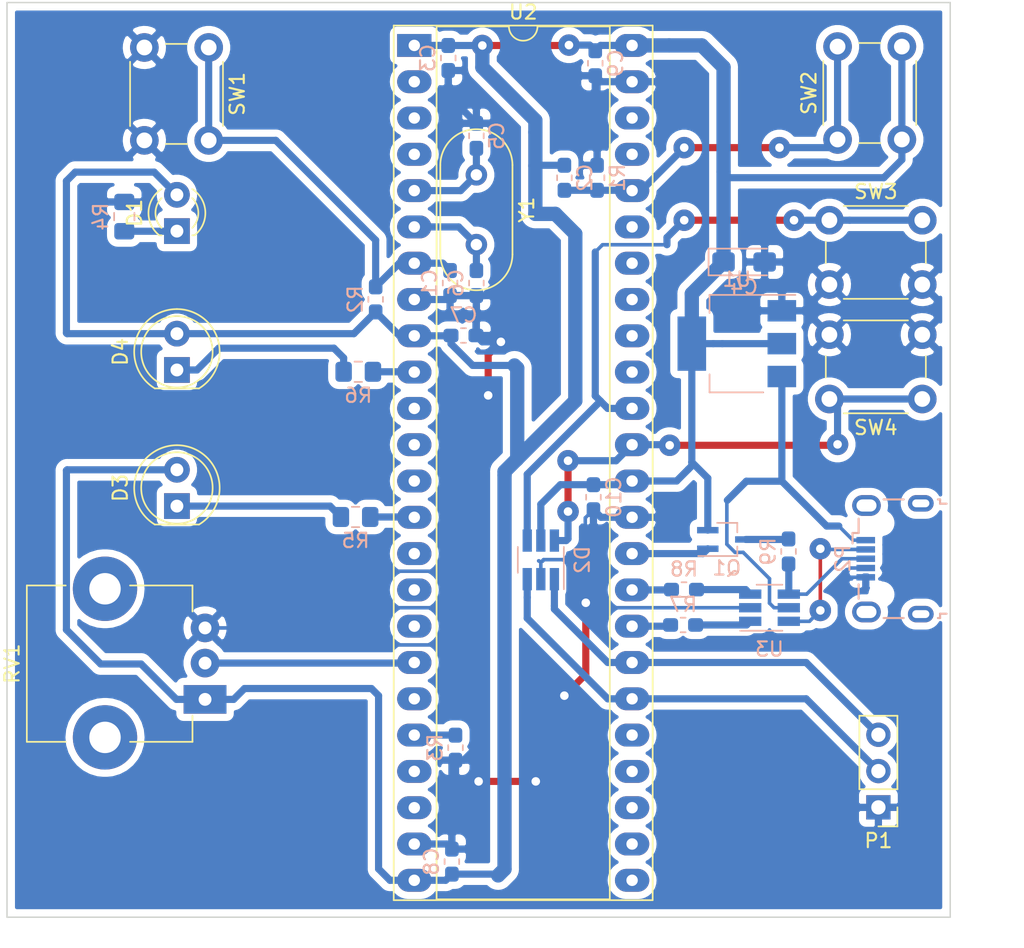
<source format=kicad_pcb>
(kicad_pcb (version 20171130) (host pcbnew "(6.0.0-rc1-dev-1613-ga55d9819b)")
  (layers (0 F.Cu jumper) (31 B.Cu signal) (36 B.SilkS user) (37 F.SilkS user) (38 B.Mask user) (44 Edge.Cuts user))
  (net 0 "")
  (net 1 /NRST)
  (net 2 GND)
  (net 3 /BOOT0)
  (net 4 +3V3)
  (net 5 /OSC_IN)
  (net 6 /OSC_OUT)
  (net 7 "Net-(D1-Pad1)")
  (net 8 /Rx)
  (net 9 /Tx)
  (net 10 /Button0)
  (net 11 /Button1)
  (net 12 "Net-(D3-Pad1)")
  (net 13 "Net-(D4-Pad1)")
  (net 14 +5V)
  (net 15 "Net-(P2-Pad2)")
  (net 16 "Net-(P2-Pad3)")
  (net 17 /USB_PU)
  (net 18 "Net-(Q1-Pad3)")
  (net 19 "Net-(R3-Pad1)")
  (net 20 /LED0)
  (net 21 /LED1)
  (net 22 "Net-(R7-Pad1)")
  (net 23 "Net-(R7-Pad2)")
  (net 24 "Net-(R8-Pad2)")
  (net 25 "Net-(R8-Pad1)")
  (net 26 "Net-(RV1-Pad2)")
  (module Capacitor_SMD:C_0603_1608Metric_Pad1.05x0.95mm_HandSolder (layer B.Cu) (at 87.503 86.628 270)
    (fp_text reference C1 (at 0 1.43 270) (layer B.SilkS) (effects (justify mirror)))
    (fp_text value 0.1)
    (pad 1 smd roundrect (at -0.875 0 270) (size 1.05 0.95) (layers B.Cu B.Paste B.Mask) (net 1 /NRST))
    (pad 2 smd roundrect (at 0.875 0 270) (size 1.05 0.95) (layers B.Cu B.Paste B.Mask) (net 2 GND))
  )
  (module Capacitor_SMD:C_0603_1608Metric_Pad1.05x0.95mm_HandSolder (layer B.Cu) (at 95.504 79.262 90)
    (fp_text reference C2 (at 0 1.43 90) (layer B.SilkS) (effects (justify mirror)))
    (fp_text value 0.1)
    (pad 1 smd roundrect (at -0.875 0 90) (size 1.05 0.95) (layers B.Cu B.Paste B.Mask) (net 3 /BOOT0))
    (pad 2 smd roundrect (at 0.875 0 90) (size 1.05 0.95) (layers B.Cu B.Paste B.Mask) (net 4 +3V3))
  )
  (module Capacitor_SMD:C_0603_1608Metric_Pad1.05x0.95mm_HandSolder (layer B.Cu) (at 87.376 70.88 270)
    (fp_text reference C3 (at 0 1.43 270) (layer B.SilkS) (effects (justify mirror)))
    (fp_text value 0.1)
    (pad 2 smd roundrect (at 0.875 0 270) (size 1.05 0.95) (layers B.Cu B.Paste B.Mask) (net 2 GND))
    (pad 1 smd roundrect (at -0.875 0 270) (size 1.05 0.95) (layers B.Cu B.Paste B.Mask) (net 4 +3V3))
  )
  (module Capacitor_Tantalum_SMD:CP_EIA-3216-18_Kemet-A_Pad1.58x1.35mm_HandSolder (layer B.Cu) (at 108.077 85.1535)
    (fp_text reference C4 (at 0 1.75) (layer B.SilkS) (effects (justify mirror)))
    (fp_text value 47u)
    (pad 1 smd roundrect (at -1.4375 0) (size 1.575 1.35) (layers B.Cu B.Paste B.Mask) (roundrect_rratio 0.185185) (net 4 +3V3))
    (pad 2 smd roundrect (at 1.4375 0) (size 1.575 1.35) (layers B.Cu B.Paste B.Mask) (roundrect_rratio 0.185185) (net 2 GND))
  )
  (module Capacitor_SMD:C_0603_1608Metric_Pad1.05x0.95mm_HandSolder (layer B.Cu) (at 89.3445 76.327 90)
    (fp_text reference C5 (at 0 1.43 90) (layer B.SilkS) (effects (justify mirror)))
    (fp_text value 12)
    (pad 2 smd roundrect (at 0.875 0 90) (size 1.05 0.95) (layers B.Cu B.Paste B.Mask) (net 2 GND))
    (pad 1 smd roundrect (at -0.875 0 90) (size 1.05 0.95) (layers B.Cu B.Paste B.Mask) (net 5 /OSC_IN))
  )
  (module Capacitor_SMD:C_0603_1608Metric_Pad1.05x0.95mm_HandSolder (layer B.Cu) (at 89.3445 86.628 270)
    (fp_text reference C6 (at 0 1.43 270) (layer B.SilkS) (effects (justify mirror)))
    (fp_text value 12)
    (pad 1 smd roundrect (at -0.875 0 270) (size 1.05 0.95) (layers B.Cu B.Paste B.Mask) (net 6 /OSC_OUT))
    (pad 2 smd roundrect (at 0.875 0 270) (size 1.05 0.95) (layers B.Cu B.Paste B.Mask) (net 2 GND))
  )
  (module Capacitor_SMD:C_0603_1608Metric_Pad1.05x0.95mm_HandSolder (layer B.Cu) (at 88.4415 90.297 180)
    (fp_text reference C7 (at 0 1.43 180) (layer B.SilkS) (effects (justify mirror)))
    (fp_text value 0.1)
    (pad 1 smd roundrect (at -0.875 0 180) (size 1.05 0.95) (layers B.Cu B.Paste B.Mask) (net 2 GND))
    (pad 2 smd roundrect (at 0.875 0 180) (size 1.05 0.95) (layers B.Cu B.Paste B.Mask) (net 4 +3V3))
  )
  (module Capacitor_SMD:C_0603_1608Metric_Pad1.05x0.95mm_HandSolder (layer B.Cu) (at 87.63 127.113 270)
    (fp_text reference C8 (at 0 1.43 270) (layer B.SilkS) (effects (justify mirror)))
    (fp_text value 0.1)
    (pad 2 smd roundrect (at 0.875 0 270) (size 1.05 0.95) (layers B.Cu B.Paste B.Mask) (net 4 +3V3))
    (pad 1 smd roundrect (at -0.875 0 270) (size 1.05 0.95) (layers B.Cu B.Paste B.Mask) (net 2 GND))
  )
  (module Capacitor_SMD:C_0603_1608Metric_Pad1.05x0.95mm_HandSolder (layer B.Cu) (at 97.663 71.247 90)
    (fp_text reference C9 (at 0 1.43 90) (layer B.SilkS) (effects (justify mirror)))
    (fp_text value 0.1)
    (pad 1 smd roundrect (at -0.875 0 90) (size 1.05 0.95) (layers B.Cu B.Paste B.Mask) (net 2 GND))
    (pad 2 smd roundrect (at 0.875 0 90) (size 1.05 0.95) (layers B.Cu B.Paste B.Mask) (net 4 +3V3))
  )
  (module Capacitor_SMD:C_0603_1608Metric_Pad1.05x0.95mm_HandSolder (layer B.Cu) (at 97.536 101.614 90)
    (fp_text reference C10 (at 0 1.43 90) (layer B.SilkS) (effects (justify mirror)))
    (fp_text value 0.1)
    (pad 2 smd roundrect (at 0.875 0 90) (size 1.05 0.95) (layers B.Cu B.Paste B.Mask) (net 4 +3V3))
    (pad 1 smd roundrect (at -0.875 0 90) (size 1.05 0.95) (layers B.Cu B.Paste B.Mask) (net 2 GND))
  )
  (module LED_THT:LED_D3.0mm (layer F.Cu) (at 68.3895 82.9945 90)
    (fp_text reference D1 (at 1.27 -2.96 90) (layer F.SilkS))
    (fp_text value LED)
    (pad 1 thru_hole rect (at 0 0 90) (size 1.8 1.8) (drill 0.9) (layers *.Cu *.Mask) (net 7 "Net-(D1-Pad1)"))
    (pad 2 thru_hole circle (at 2.54 0 90) (size 1.8 1.8) (drill 0.9) (layers *.Cu *.Mask) (net 4 +3V3))
  )
  (module TO_SOT_Packages_SMD:SOT-23-6_Handsoldering (layer B.Cu) (at 93.853 105.998 90)
    (fp_text reference D2 (at 0 2.9 90) (layer B.SilkS) (effects (justify mirror)))
    (fp_text value IP4220CZ6)
    (pad 1 smd rect (at -1.35 0.95 90) (size 1.56 0.65) (layers B.Cu B.Paste B.Mask) (net 8 /Rx))
    (pad 2 smd rect (at -1.35 0 90) (size 1.56 0.65) (layers B.Cu B.Paste B.Mask) (net 2 GND))
    (pad 3 smd rect (at -1.35 -0.95 90) (size 1.56 0.65) (layers B.Cu B.Paste B.Mask) (net 9 /Tx))
    (pad 4 smd rect (at 1.35 -0.95 90) (size 1.56 0.65) (layers B.Cu B.Paste B.Mask) (net 11 /Button1))
    (pad 6 smd rect (at 1.35 0.95 90) (size 1.56 0.65) (layers B.Cu B.Paste B.Mask) (net 10 /Button0))
    (pad 5 smd rect (at 1.35 0 90) (size 1.56 0.65) (layers B.Cu B.Paste B.Mask) (net 4 +3V3))
  )
  (module LED_THT:LED_D5.0mm (layer F.Cu) (at 68.3895 102.235 90)
    (fp_text reference D3 (at 1.27 -3.96 90) (layer F.SilkS))
    (fp_text value LED)
    (pad 1 thru_hole rect (at 0 0 90) (size 1.8 1.8) (drill 0.9) (layers *.Cu *.Mask) (net 12 "Net-(D3-Pad1)"))
    (pad 2 thru_hole circle (at 2.54 0 90) (size 1.8 1.8) (drill 0.9) (layers *.Cu *.Mask) (net 4 +3V3))
  )
  (module LED_THT:LED_D5.0mm (layer F.Cu) (at 68.3895 92.71 90)
    (fp_text reference D4 (at 1.27 -3.96 90) (layer F.SilkS))
    (fp_text value LED)
    (pad 2 thru_hole circle (at 2.54 0 90) (size 1.8 1.8) (drill 0.9) (layers *.Cu *.Mask) (net 4 +3V3))
    (pad 1 thru_hole rect (at 0 0 90) (size 1.8 1.8) (drill 0.9) (layers *.Cu *.Mask) (net 13 "Net-(D4-Pad1)"))
  )
  (module Connector_PinHeader_2.54mm:PinHeader_1x03_P2.54mm_Vertical (layer F.Cu) (at 117.475 123.317 180)
    (fp_text reference P1 (at 0 -2.33 180) (layer F.SilkS))
    (fp_text value USART1)
    (pad 1 thru_hole rect (at 0 0 180) (size 1.7 1.7) (drill 1) (layers *.Cu *.Mask) (net 2 GND))
    (pad 2 thru_hole oval (at 0 2.54 180) (size 1.7 1.7) (drill 1) (layers *.Cu *.Mask) (net 9 /Tx))
    (pad 3 thru_hole oval (at 0 5.08 180) (size 1.7 1.7) (drill 1) (layers *.Cu *.Mask) (net 8 /Rx))
  )
  (module Connectors_USB:USB_Micro-B_Wuerth_629105150521 (layer B.Cu) (at 118.491 105.918 270)
    (fp_text reference P2 (at 0 3.5 270) (layer B.SilkS) (effects (justify mirror)))
    (fp_text value USB_B)
    (pad 1 smd rect (at -1.3 1.9 270) (size 0.45 1.3) (layers B.Cu B.Paste B.Mask) (net 14 +5V))
    (pad 2 smd rect (at -0.65 1.9 270) (size 0.45 1.3) (layers B.Cu B.Paste B.Mask) (net 15 "Net-(P2-Pad2)"))
    (pad 3 smd rect (at 0 1.9 270) (size 0.45 1.3) (layers B.Cu B.Paste B.Mask) (net 16 "Net-(P2-Pad3)"))
    (pad 4 smd rect (at 0.65 1.9 270) (size 0.45 1.3) (layers B.Cu B.Paste B.Mask) (net 2 GND))
    (pad 5 smd rect (at 1.3 1.9 270) (size 0.45 1.3) (layers B.Cu B.Paste B.Mask) (net 2 GND))
    (pad 6 thru_hole oval (at -3.725 1.85 270) (size 1.45 2) (drill oval 0.85 1.4) (layers *.Cu *.Mask))
    (pad 6 thru_hole oval (at 3.725 1.85 270) (size 1.45 2) (drill oval 0.85 1.4) (layers *.Cu *.Mask))
    (pad 6 thru_hole oval (at -3.875 -1.95 270) (size 1.15 1.8) (drill oval 0.55 1.2) (layers *.Cu *.Mask))
    (pad 6 thru_hole oval (at 3.875 -1.95 270) (size 1.15 1.8) (drill oval 0.55 1.2) (layers *.Cu *.Mask))
    (pad "" np_thru_hole oval (at -2.5 0.8 270) (size 0.8 0.8) (drill 0.8) (layers *.Cu *.Mask))
    (pad "" np_thru_hole oval (at 2.5 0.8 270) (size 0.8 0.8) (drill 0.8) (layers *.Cu *.Mask))
  )
  (module TO_SOT_Packages_SMD:SOT-323_SC-70_Handsoldering (layer B.Cu) (at 106.867 104.5695)
    (fp_text reference Q1 (at 0 2) (layer B.SilkS) (effects (justify mirror)))
    (fp_text value DTA114Y)
    (pad 1 smd rect (at -1.33 0.65 90) (size 0.45 1.5) (layers B.Cu B.Paste B.Mask) (net 17 /USB_PU))
    (pad 2 smd rect (at -1.33 -0.65 90) (size 0.45 1.5) (layers B.Cu B.Paste B.Mask) (net 4 +3V3))
    (pad 3 smd rect (at 1.33 0 90) (size 0.45 1.5) (layers B.Cu B.Paste B.Mask) (net 18 "Net-(Q1-Pad3)"))
  )
  (module Resistor_SMD:R_0603_1608Metric_Pad1.05x0.95mm_HandSolder (layer B.Cu) (at 97.79 79.262 90)
    (fp_text reference R1 (at 0 1.43 90) (layer B.SilkS) (effects (justify mirror)))
    (fp_text value 10k)
    (pad 1 smd roundrect (at -0.875 0 90) (size 1.05 0.95) (layers B.Cu B.Paste B.Mask) (net 3 /BOOT0))
    (pad 2 smd roundrect (at 0.875 0 90) (size 1.05 0.95) (layers B.Cu B.Paste B.Mask) (net 2 GND))
  )
  (module Resistor_SMD:R_0603_1608Metric_Pad1.05x0.95mm_HandSolder (layer B.Cu) (at 82.296 87.771 270)
    (fp_text reference R2 (at 0 1.43 270) (layer B.SilkS) (effects (justify mirror)))
    (fp_text value 10k)
    (pad 2 smd roundrect (at 0.875 0 270) (size 1.05 0.95) (layers B.Cu B.Paste B.Mask) (net 4 +3V3))
    (pad 1 smd roundrect (at -0.875 0 270) (size 1.05 0.95) (layers B.Cu B.Paste B.Mask) (net 1 /NRST))
  )
  (module Resistor_SMD:R_0603_1608Metric_Pad1.05x0.95mm_HandSolder (layer B.Cu) (at 87.884 119.14 270)
    (fp_text reference R3 (at 0 1.43 270) (layer B.SilkS) (effects (justify mirror)))
    (fp_text value 100k)
    (pad 1 smd roundrect (at -0.875 0 270) (size 1.05 0.95) (layers B.Cu B.Paste B.Mask) (net 19 "Net-(R3-Pad1)"))
    (pad 2 smd roundrect (at 0.875 0 270) (size 1.05 0.95) (layers B.Cu B.Paste B.Mask) (net 2 GND))
  )
  (module Resistor_SMD:R_0805_2012Metric_Pad1.15x1.40mm_HandSolder (layer B.Cu) (at 64.7065 81.9785 270)
    (fp_text reference R4 (at 0 1.65 270) (layer B.SilkS) (effects (justify mirror)))
    (fp_text value 220)
    (pad 1 smd roundrect (at -1.025 0 270) (size 1.15 1.4) (layers B.Cu B.Paste B.Mask) (roundrect_rratio 0.217391) (net 2 GND))
    (pad 2 smd roundrect (at 1.025 0 270) (size 1.15 1.4) (layers B.Cu B.Paste B.Mask) (roundrect_rratio 0.217391) (net 7 "Net-(D1-Pad1)"))
  )
  (module Resistor_SMD:R_0805_2012Metric_Pad1.15x1.40mm_HandSolder (layer B.Cu) (at 80.89 102.997)
    (fp_text reference R5 (at 0 1.65) (layer B.SilkS) (effects (justify mirror)))
    (fp_text value 220)
    (pad 1 smd roundrect (at -1.025 0) (size 1.15 1.4) (layers B.Cu B.Paste B.Mask) (roundrect_rratio 0.217391) (net 12 "Net-(D3-Pad1)"))
    (pad 2 smd roundrect (at 1.025 0) (size 1.15 1.4) (layers B.Cu B.Paste B.Mask) (roundrect_rratio 0.217391) (net 20 /LED0))
  )
  (module Resistor_SMD:R_0805_2012Metric_Pad1.15x1.40mm_HandSolder (layer B.Cu) (at 81.0805 92.837)
    (fp_text reference R6 (at 0 1.65) (layer B.SilkS) (effects (justify mirror)))
    (fp_text value 220)
    (pad 2 smd roundrect (at 1.025 0) (size 1.15 1.4) (layers B.Cu B.Paste B.Mask) (roundrect_rratio 0.217391) (net 21 /LED1))
    (pad 1 smd roundrect (at -1.025 0) (size 1.15 1.4) (layers B.Cu B.Paste B.Mask) (roundrect_rratio 0.217391) (net 13 "Net-(D4-Pad1)"))
  )
  (module Resistor_SMD:R_0603_1608Metric_Pad1.05x0.95mm_HandSolder (layer B.Cu) (at 103.8085 110.5535 180)
    (fp_text reference R7 (at 0 1.43 180) (layer B.SilkS) (effects (justify mirror)))
    (fp_text value 22)
    (pad 1 smd roundrect (at -0.875 0 180) (size 1.05 0.95) (layers B.Cu B.Paste B.Mask) (net 22 "Net-(R7-Pad1)"))
    (pad 2 smd roundrect (at 0.875 0 180) (size 1.05 0.95) (layers B.Cu B.Paste B.Mask) (net 23 "Net-(R7-Pad2)"))
  )
  (module Resistor_SMD:R_0603_1608Metric_Pad1.05x0.95mm_HandSolder (layer B.Cu) (at 103.872 108.077 180)
    (fp_text reference R8 (at 0 1.43 180) (layer B.SilkS) (effects (justify mirror)))
    (fp_text value 22)
    (pad 2 smd roundrect (at 0.875 0 180) (size 1.05 0.95) (layers B.Cu B.Paste B.Mask) (net 24 "Net-(R8-Pad2)"))
    (pad 1 smd roundrect (at -0.875 0 180) (size 1.05 0.95) (layers B.Cu B.Paste B.Mask) (net 25 "Net-(R8-Pad1)"))
  )
  (module Resistor_SMD:R_0603_1608Metric_Pad1.05x0.95mm_HandSolder (layer B.Cu) (at 111.1885 105.41 270)
    (fp_text reference R9 (at 0 1.43 270) (layer B.SilkS) (effects (justify mirror)))
    (fp_text value 1k5)
    (pad 2 smd roundrect (at 0.875 0 270) (size 1.05 0.95) (layers B.Cu B.Paste B.Mask) (net 16 "Net-(P2-Pad3)"))
    (pad 1 smd roundrect (at -0.875 0 270) (size 1.05 0.95) (layers B.Cu B.Paste B.Mask) (net 18 "Net-(Q1-Pad3)"))
  )
  (module my_footprints:Potentiometer (layer F.Cu) (at 70.358 115.7605 90)
    (fp_text reference RV1 (at 2.5 -13.5 90) (layer F.SilkS))
    (fp_text value 10k)
    (pad "" thru_hole oval (at -2.66 -7 90) (size 4.5 4.5) (drill 2.2) (layers *.Cu *.Mask))
    (pad 3 thru_hole circle (at 5 0 90) (size 2 2) (drill 0.9) (layers *.Cu *.Mask) (net 2 GND))
    (pad 2 thru_hole circle (at 2.54 0 90) (size 2 2) (drill 0.9) (layers *.Cu *.Mask) (net 26 "Net-(RV1-Pad2)"))
    (pad 1 thru_hole rect (at 0 0 90) (size 2 3) (drill 0.9) (layers *.Cu *.Mask) (net 4 +3V3))
    (pad "" thru_hole oval (at 7.74 -7 90) (size 4.5 4.5) (drill 2.2) (layers *.Cu *.Mask))
  )
  (module Button_Switch_THT:SW_PUSH_6mm (layer F.Cu) (at 70.612 70.1445 270)
    (fp_text reference SW1 (at 3.25 -2 270) (layer F.SilkS))
    (fp_text value Reset)
    (pad 1 thru_hole circle (at 6.5 0) (size 2 2) (drill 1.1) (layers *.Cu *.Mask) (net 1 /NRST))
    (pad 2 thru_hole circle (at 6.5 4.5) (size 2 2) (drill 1.1) (layers *.Cu *.Mask) (net 2 GND))
    (pad 1 thru_hole circle (at 0 0) (size 2 2) (drill 1.1) (layers *.Cu *.Mask) (net 1 /NRST))
    (pad 2 thru_hole circle (at 0 4.5) (size 2 2) (drill 1.1) (layers *.Cu *.Mask) (net 2 GND))
  )
  (module Button_Switch_THT:SW_PUSH_6mm (layer F.Cu) (at 114.6175 76.581 90)
    (fp_text reference SW2 (at 3.25 -2 90) (layer F.SilkS))
    (fp_text value Boot)
    (pad 2 thru_hole circle (at 0 4.5 180) (size 2 2) (drill 1.1) (layers *.Cu *.Mask) (net 4 +3V3))
    (pad 1 thru_hole circle (at 0 0 180) (size 2 2) (drill 1.1) (layers *.Cu *.Mask) (net 3 /BOOT0))
    (pad 2 thru_hole circle (at 6.5 4.5 180) (size 2 2) (drill 1.1) (layers *.Cu *.Mask) (net 4 +3V3))
    (pad 1 thru_hole circle (at 6.5 0 180) (size 2 2) (drill 1.1) (layers *.Cu *.Mask) (net 3 /BOOT0))
  )
  (module Button_Switch_THT:SW_PUSH_6mm (layer F.Cu) (at 114.046 82.2325)
    (fp_text reference SW3 (at 3.25 -2) (layer F.SilkS))
    (fp_text value Button0)
    (pad 2 thru_hole circle (at 0 4.5 90) (size 2 2) (drill 1.1) (layers *.Cu *.Mask) (net 2 GND))
    (pad 1 thru_hole circle (at 0 0 90) (size 2 2) (drill 1.1) (layers *.Cu *.Mask) (net 11 /Button1))
    (pad 2 thru_hole circle (at 6.5 4.5 90) (size 2 2) (drill 1.1) (layers *.Cu *.Mask) (net 2 GND))
    (pad 1 thru_hole circle (at 6.5 0 90) (size 2 2) (drill 1.1) (layers *.Cu *.Mask) (net 11 /Button1))
  )
  (module Button_Switch_THT:SW_PUSH_6mm (layer F.Cu) (at 120.546 94.742 180)
    (fp_text reference SW4 (at 3.25 -2 180) (layer F.SilkS))
    (fp_text value Button1)
    (pad 1 thru_hole circle (at 6.5 0 270) (size 2 2) (drill 1.1) (layers *.Cu *.Mask) (net 10 /Button0))
    (pad 2 thru_hole circle (at 6.5 4.5 270) (size 2 2) (drill 1.1) (layers *.Cu *.Mask) (net 2 GND))
    (pad 1 thru_hole circle (at 0 0 270) (size 2 2) (drill 1.1) (layers *.Cu *.Mask) (net 10 /Button0))
    (pad 2 thru_hole circle (at 0 4.5 270) (size 2 2) (drill 1.1) (layers *.Cu *.Mask) (net 2 GND))
  )
  (module TO_SOT_Packages_SMD:SOT-223 (layer B.Cu) (at 107.569 90.8685 180)
    (fp_text reference U1 (at 0 4.5 180) (layer B.SilkS) (effects (justify mirror)))
    (fp_text value LM1117-3.3)
    (pad 4 smd rect (at 3.15 0 180) (size 2 3.8) (layers B.Cu B.Paste B.Mask) (net 4 +3V3))
    (pad 2 smd rect (at -3.15 0 180) (size 2 1.5) (layers B.Cu B.Paste B.Mask) (net 4 +3V3))
    (pad 3 smd rect (at -3.15 -2.3 180) (size 2 1.5) (layers B.Cu B.Paste B.Mask) (net 14 +5V))
    (pad 1 smd rect (at -3.15 2.3 180) (size 2 1.5) (layers B.Cu B.Paste B.Mask) (net 2 GND))
  )
  (module Crystal:Crystal_HC49-U_Vertical (layer F.Cu) (at 89.3445 79.0575 270)
    (fp_text reference Y1 (at 2.44 -3.525 270) (layer F.SilkS))
    (fp_text value 8MHz)
    (pad 1 thru_hole circle (at 0 0 270) (size 1.5 1.5) (drill 0.8) (layers *.Cu *.Mask) (net 5 /OSC_IN))
    (pad 2 thru_hole circle (at 4.88 0 270) (size 1.5 1.5) (drill 0.8) (layers *.Cu *.Mask) (net 6 /OSC_OUT))
  )
  (module TO_SOT_Packages_SMD:SOT-23-6_Handsoldering (layer B.Cu) (at 109.855 109.347)
    (fp_text reference U3 (at 0 2.9) (layer B.SilkS) (effects (justify mirror)))
    (fp_text value USBLC6-2SC6)
    (pad 1 smd rect (at -1.35 0.95) (size 1.56 0.65) (layers B.Cu B.Paste B.Mask) (net 22 "Net-(R7-Pad1)"))
    (pad 2 smd rect (at -1.35 0) (size 1.56 0.65) (layers B.Cu B.Paste B.Mask) (net 2 GND))
    (pad 3 smd rect (at -1.35 -0.95) (size 1.56 0.65) (layers B.Cu B.Paste B.Mask) (net 25 "Net-(R8-Pad1)"))
    (pad 4 smd rect (at 1.35 -0.95) (size 1.56 0.65) (layers B.Cu B.Paste B.Mask) (net 16 "Net-(P2-Pad3)"))
    (pad 6 smd rect (at 1.35 0.95) (size 1.56 0.65) (layers B.Cu B.Paste B.Mask) (net 15 "Net-(P2-Pad2)"))
    (pad 5 smd rect (at 1.35 0) (size 1.56 0.65) (layers B.Cu B.Paste B.Mask) (net 14 +5V))
  )
  (module Package_DIP:DIP-48_W15.24mm_Socket_LongPads (layer F.Cu) (at 85 70)
    (fp_text reference U2 (at 7.62 -2.33) (layer F.SilkS))
    (fp_text value STM32F042C6Tx)
    (pad 1 thru_hole rect (at 0 0) (size 2.4 1.6) (drill 0.8) (layers *.Cu *.Mask) (net 4 +3V3))
    (pad 25 thru_hole oval (at 15.24 58.42) (size 2.4 1.6) (drill 0.8) (layers *.Cu *.Mask))
    (pad 2 thru_hole oval (at 0 2.54) (size 2.4 1.6) (drill 0.8) (layers *.Cu *.Mask))
    (pad 26 thru_hole oval (at 15.24 55.88) (size 2.4 1.6) (drill 0.8) (layers *.Cu *.Mask))
    (pad 3 thru_hole oval (at 0 5.08) (size 2.4 1.6) (drill 0.8) (layers *.Cu *.Mask))
    (pad 27 thru_hole oval (at 15.24 53.34) (size 2.4 1.6) (drill 0.8) (layers *.Cu *.Mask))
    (pad 4 thru_hole oval (at 0 7.62) (size 2.4 1.6) (drill 0.8) (layers *.Cu *.Mask))
    (pad 28 thru_hole oval (at 15.24 50.8) (size 2.4 1.6) (drill 0.8) (layers *.Cu *.Mask))
    (pad 5 thru_hole oval (at 0 10.16) (size 2.4 1.6) (drill 0.8) (layers *.Cu *.Mask) (net 5 /OSC_IN))
    (pad 29 thru_hole oval (at 15.24 48.26) (size 2.4 1.6) (drill 0.8) (layers *.Cu *.Mask))
    (pad 6 thru_hole oval (at 0 12.7) (size 2.4 1.6) (drill 0.8) (layers *.Cu *.Mask) (net 6 /OSC_OUT))
    (pad 30 thru_hole oval (at 15.24 45.72) (size 2.4 1.6) (drill 0.8) (layers *.Cu *.Mask) (net 9 /Tx))
    (pad 7 thru_hole oval (at 0 15.24) (size 2.4 1.6) (drill 0.8) (layers *.Cu *.Mask) (net 1 /NRST))
    (pad 31 thru_hole oval (at 15.24 43.18) (size 2.4 1.6) (drill 0.8) (layers *.Cu *.Mask) (net 8 /Rx))
    (pad 8 thru_hole oval (at 0 17.78) (size 2.4 1.6) (drill 0.8) (layers *.Cu *.Mask) (net 2 GND))
    (pad 32 thru_hole oval (at 15.24 40.64) (size 2.4 1.6) (drill 0.8) (layers *.Cu *.Mask) (net 23 "Net-(R7-Pad2)"))
    (pad 9 thru_hole oval (at 0 20.32) (size 2.4 1.6) (drill 0.8) (layers *.Cu *.Mask) (net 4 +3V3))
    (pad 33 thru_hole oval (at 15.24 38.1) (size 2.4 1.6) (drill 0.8) (layers *.Cu *.Mask) (net 24 "Net-(R8-Pad2)"))
    (pad 10 thru_hole oval (at 0 22.86) (size 2.4 1.6) (drill 0.8) (layers *.Cu *.Mask) (net 21 /LED1))
    (pad 34 thru_hole oval (at 15.24 35.56) (size 2.4 1.6) (drill 0.8) (layers *.Cu *.Mask) (net 17 /USB_PU))
    (pad 11 thru_hole oval (at 0 25.4) (size 2.4 1.6) (drill 0.8) (layers *.Cu *.Mask))
    (pad 35 thru_hole oval (at 15.24 33.02) (size 2.4 1.6) (drill 0.8) (layers *.Cu *.Mask) (net 2 GND))
    (pad 12 thru_hole oval (at 0 27.94) (size 2.4 1.6) (drill 0.8) (layers *.Cu *.Mask))
    (pad 36 thru_hole oval (at 15.24 30.48) (size 2.4 1.6) (drill 0.8) (layers *.Cu *.Mask) (net 4 +3V3))
    (pad 13 thru_hole oval (at 0 30.48) (size 2.4 1.6) (drill 0.8) (layers *.Cu *.Mask))
    (pad 37 thru_hole oval (at 15.24 27.94) (size 2.4 1.6) (drill 0.8) (layers *.Cu *.Mask) (net 10 /Button0))
    (pad 14 thru_hole oval (at 0 33.02) (size 2.4 1.6) (drill 0.8) (layers *.Cu *.Mask) (net 20 /LED0))
    (pad 38 thru_hole oval (at 15.24 25.4) (size 2.4 1.6) (drill 0.8) (layers *.Cu *.Mask) (net 11 /Button1))
    (pad 15 thru_hole oval (at 0 35.56) (size 2.4 1.6) (drill 0.8) (layers *.Cu *.Mask))
    (pad 39 thru_hole oval (at 15.24 22.86) (size 2.4 1.6) (drill 0.8) (layers *.Cu *.Mask))
    (pad 16 thru_hole oval (at 0 38.1) (size 2.4 1.6) (drill 0.8) (layers *.Cu *.Mask))
    (pad 40 thru_hole oval (at 15.24 20.32) (size 2.4 1.6) (drill 0.8) (layers *.Cu *.Mask))
    (pad 17 thru_hole oval (at 0 40.64) (size 2.4 1.6) (drill 0.8) (layers *.Cu *.Mask))
    (pad 41 thru_hole oval (at 15.24 17.78) (size 2.4 1.6) (drill 0.8) (layers *.Cu *.Mask))
    (pad 18 thru_hole oval (at 0 43.18) (size 2.4 1.6) (drill 0.8) (layers *.Cu *.Mask) (net 26 "Net-(RV1-Pad2)"))
    (pad 42 thru_hole oval (at 15.24 15.24) (size 2.4 1.6) (drill 0.8) (layers *.Cu *.Mask))
    (pad 19 thru_hole oval (at 0 45.72) (size 2.4 1.6) (drill 0.8) (layers *.Cu *.Mask))
    (pad 43 thru_hole oval (at 15.24 12.7) (size 2.4 1.6) (drill 0.8) (layers *.Cu *.Mask))
    (pad 20 thru_hole oval (at 0 48.26) (size 2.4 1.6) (drill 0.8) (layers *.Cu *.Mask) (net 19 "Net-(R3-Pad1)"))
    (pad 44 thru_hole oval (at 15.24 10.16) (size 2.4 1.6) (drill 0.8) (layers *.Cu *.Mask) (net 3 /BOOT0))
    (pad 21 thru_hole oval (at 0 50.8) (size 2.4 1.6) (drill 0.8) (layers *.Cu *.Mask))
    (pad 45 thru_hole oval (at 15.24 7.62) (size 2.4 1.6) (drill 0.8) (layers *.Cu *.Mask))
    (pad 22 thru_hole oval (at 0 53.34) (size 2.4 1.6) (drill 0.8) (layers *.Cu *.Mask))
    (pad 46 thru_hole oval (at 15.24 5.08) (size 2.4 1.6) (drill 0.8) (layers *.Cu *.Mask))
    (pad 23 thru_hole oval (at 0 55.88) (size 2.4 1.6) (drill 0.8) (layers *.Cu *.Mask) (net 2 GND))
    (pad 47 thru_hole oval (at 15.24 2.54) (size 2.4 1.6) (drill 0.8) (layers *.Cu *.Mask) (net 2 GND))
    (pad 24 thru_hole oval (at 0 58.42) (size 2.4 1.6) (drill 0.8) (layers *.Cu *.Mask) (net 4 +3V3))
    (pad 48 thru_hole oval (at 15.24 0) (size 2.4 1.6) (drill 0.8) (layers *.Cu *.Mask) (net 4 +3V3))
  )
  (gr_line (start 56.5 131) (end 56.5 67) (layer Edge.Cuts) (width 0.1))
  (gr_line (start 122.5 131) (end 56.5 131) (layer Edge.Cuts) (width 0.1))
  (gr_line (start 122.5 67) (end 122.5 131) (layer Edge.Cuts) (width 0.1))
  (gr_line (start 56.5 67) (end 122.5 67) (layer Edge.Cuts) (width 0.1))
  (segment (start 86.99 85.24) (end 87.503 85.753) (width 0.5) (layer B.Cu) (net 1))
  (segment (start 85 85.24) (end 86.99 85.24) (width 0.5) (layer B.Cu) (net 1))
  (segment (start 70.612 70.1445) (end 70.612 76.6445) (width 0.5) (layer B.Cu) (net 1))
  (segment (start 83.952 85.24) (end 82.296 86.896) (width 0.5) (layer B.Cu) (net 1))
  (segment (start 85 85.24) (end 83.952 85.24) (width 0.5) (layer B.Cu) (net 1))
  (segment (start 70.612 76.6445) (end 75.311 76.6445) (width 0.5) (layer B.Cu) (net 1))
  (segment (start 82.296 83.6295) (end 82.296 86.896) (width 0.5) (layer B.Cu) (net 1))
  (segment (start 75.311 76.6445) (end 82.296 83.6295) (width 0.5) (layer B.Cu) (net 1))
  (segment (start 108.505 109.347) (end 98.2345 109.347) (width 0.25) (layer B.Cu) (net 2))
  (segment (start 98.2345 109.347) (end 96.9645 108.077) (width 0.25) (layer B.Cu) (net 2))
  (segment (start 96.9645 103.0605) (end 97.536 102.489) (width 0.25) (layer B.Cu) (net 2))
  (segment (start 96.9645 106.7435) (end 96.9645 106.045) (width 0.25) (layer B.Cu) (net 2))
  (segment (start 87.272 125.88) (end 87.63 126.238) (width 0.5) (layer B.Cu) (net 2))
  (segment (start 85 125.88) (end 87.272 125.88) (width 0.5) (layer B.Cu) (net 2))
  (segment (start 87.226 87.78) (end 87.503 87.503) (width 0.5) (layer B.Cu) (net 2))
  (segment (start 85 87.78) (end 87.226 87.78) (width 0.5) (layer B.Cu) (net 2))
  (segment (start 87.503 87.503) (end 89.3445 87.503) (width 0.5) (layer B.Cu) (net 2))
  (segment (start 89.3445 90.269) (end 89.3165 90.297) (width 0.5) (layer B.Cu) (net 2))
  (segment (start 89.3445 87.503) (end 89.3445 90.269) (width 0.5) (layer B.Cu) (net 2))
  (segment (start 87.376 73.4835) (end 89.3445 75.452) (width 0.5) (layer B.Cu) (net 2))
  (segment (start 87.376 71.755) (end 87.376 73.4835) (width 0.5) (layer B.Cu) (net 2))
  (segment (start 98.081 72.54) (end 97.663 72.122) (width 0.5) (layer B.Cu) (net 2))
  (segment (start 100.24 72.54) (end 98.081 72.54) (width 0.5) (layer B.Cu) (net 2))
  (segment (start 97.79 72.249) (end 97.663 72.122) (width 0.5) (layer B.Cu) (net 2))
  (segment (start 97.79 78.387) (end 97.79 72.249) (width 0.5) (layer B.Cu) (net 2))
  (segment (start 87.63 120.269) (end 87.884 120.015) (width 0.5) (layer B.Cu) (net 2))
  (segment (start 88.459 120.015) (end 89.7925 118.6815) (width 0.5) (layer B.Cu) (net 2))
  (segment (start 87.884 120.015) (end 88.459 120.015) (width 0.5) (layer B.Cu) (net 2))
  (via (at 90.17 94.488) (size 1.5) (drill 0.6) (layers F.Cu B.Cu) (net 2))
  (segment (start 89.7925 94.8655) (end 90.17 94.488) (width 0.5) (layer B.Cu) (net 2))
  (via (at 91.059 90.7415) (size 1.5) (drill 0.6) (layers F.Cu B.Cu) (net 2))
  (segment (start 90.17 94.488) (end 90.17 91.6305) (width 0.5) (layer F.Cu) (net 2))
  (segment (start 90.17 91.6305) (end 91.059 90.7415) (width 0.5) (layer F.Cu) (net 2))
  (segment (start 89.761 90.7415) (end 89.3165 90.297) (width 0.5) (layer B.Cu) (net 2))
  (segment (start 91.059 90.7415) (end 89.761 90.7415) (width 0.5) (layer B.Cu) (net 2))
  (segment (start 90.184 75.452) (end 89.3445 75.452) (width 0.5) (layer B.Cu) (net 2))
  (segment (start 89.3445 87.503) (end 89.9195 87.503) (width 0.5) (layer B.Cu) (net 2))
  (segment (start 91.2495 76.5175) (end 90.184 75.452) (width 0.5) (layer B.Cu) (net 2))
  (segment (start 91.2495 86.173) (end 91.2495 76.5175) (width 0.5) (layer B.Cu) (net 2))
  (segment (start 89.9195 87.503) (end 91.2495 86.173) (width 0.5) (layer B.Cu) (net 2))
  (segment (start 98.067 103.02) (end 97.536 102.489) (width 0.5) (layer B.Cu) (net 2))
  (segment (start 100.24 103.02) (end 98.067 103.02) (width 0.5) (layer B.Cu) (net 2))
  (segment (start 94.0435 105.9815) (end 96.9645 105.9815) (width 0.25) (layer B.Cu) (net 2))
  (segment (start 93.853 107.348) (end 93.853 106.172) (width 0.25) (layer B.Cu) (net 2))
  (segment (start 93.853 106.172) (end 94.0435 105.9815) (width 0.25) (layer B.Cu) (net 2))
  (segment (start 96.9645 106.045) (end 96.9645 105.9815) (width 0.25) (layer B.Cu) (net 2))
  (segment (start 96.9645 105.9815) (end 96.9645 103.0605) (width 0.25) (layer B.Cu) (net 2))
  (via (at 89.5 121.5) (size 1.5) (drill 0.6) (layers F.Cu B.Cu) (net 2))
  (segment (start 89.37 121.37) (end 89.5 121.5) (width 0.5) (layer B.Cu) (net 2))
  (segment (start 87.63 121.37) (end 89.37 121.37) (width 0.5) (layer B.Cu) (net 2))
  (segment (start 87.63 121.37) (end 87.63 120.269) (width 0.5) (layer B.Cu) (net 2))
  (segment (start 87.63 126.238) (end 87.63 121.37) (width 0.5) (layer B.Cu) (net 2))
  (via (at 93.5 121.5) (size 1.5) (drill 0.6) (layers F.Cu B.Cu) (net 2))
  (segment (start 89.5 121.5) (end 93.5 121.5) (width 0.5) (layer F.Cu) (net 2))
  (via (at 95.5 115.5) (size 1.5) (drill 0.6) (layers F.Cu B.Cu) (net 2))
  (segment (start 93.5 121.5) (end 93.5 117.5) (width 0.5) (layer B.Cu) (net 2))
  (segment (start 93.5 117.5) (end 95.5 115.5) (width 0.5) (layer B.Cu) (net 2))
  (via (at 97 109) (size 1.5) (drill 0.6) (layers F.Cu B.Cu) (net 2))
  (segment (start 95.5 115.5) (end 97 114) (width 0.5) (layer F.Cu) (net 2))
  (segment (start 97 114) (end 97 109) (width 0.5) (layer F.Cu) (net 2))
  (segment (start 97 108) (end 96.9645 107.9645) (width 0.5) (layer B.Cu) (net 2))
  (segment (start 97 109) (end 97 108) (width 0.5) (layer B.Cu) (net 2))
  (segment (start 96.9645 108.077) (end 96.9645 107.9645) (width 0.25) (layer B.Cu) (net 2))
  (segment (start 96.9645 107.9645) (end 96.9645 106.7435) (width 0.25) (layer B.Cu) (net 2))
  (segment (start 89.7925 109.2075) (end 89.7925 106.7925) (width 0.5) (layer B.Cu) (net 2))
  (segment (start 89.7925 106.7925) (end 89.7925 94.8655) (width 0.5) (layer B.Cu) (net 2))
  (segment (start 89.7925 112.2075) (end 89.7925 109.2075) (width 0.5) (layer B.Cu) (net 2))
  (segment (start 89.7925 118.6815) (end 89.7925 112.2075) (width 0.5) (layer B.Cu) (net 2))
  (segment (start 89.7925 106.7925) (end 83.644 106.7925) (width 0.25) (layer B.Cu) (net 2))
  (segment (start 83.644 106.7925) (end 82.2325 108.204) (width 0.25) (layer B.Cu) (net 2))
  (segment (start 82.2325 108.204) (end 82.2325 108.585) (width 0.25) (layer B.Cu) (net 2))
  (segment (start 80.057 110.7605) (end 70.358 110.7605) (width 0.25) (layer B.Cu) (net 2))
  (segment (start 81.8515 109.347) (end 81.661 109.1565) (width 0.25) (layer B.Cu) (net 2))
  (segment (start 89.7925 109.2075) (end 89.653 109.347) (width 0.25) (layer B.Cu) (net 2))
  (segment (start 89.653 109.347) (end 81.8515 109.347) (width 0.25) (layer B.Cu) (net 2))
  (segment (start 82.2325 108.585) (end 81.661 109.1565) (width 0.25) (layer B.Cu) (net 2))
  (segment (start 89.7925 112.2075) (end 87.252 112.2075) (width 0.25) (layer B.Cu) (net 2))
  (segment (start 87.252 112.2075) (end 86.995 111.9505) (width 0.25) (layer B.Cu) (net 2))
  (segment (start 86.995 111.9505) (end 81.661 111.9505) (width 0.25) (layer B.Cu) (net 2))
  (segment (start 81.661 109.1565) (end 80.264 110.5535) (width 0.25) (layer B.Cu) (net 2))
  (segment (start 81.661 111.9505) (end 80.264 110.5535) (width 0.25) (layer B.Cu) (net 2))
  (segment (start 80.264 110.5535) (end 80.057 110.7605) (width 0.25) (layer B.Cu) (net 2))
  (segment (start 116.591 106.568) (end 115.4915 106.568) (width 0.25) (layer B.Cu) (net 2))
  (segment (start 115.4915 106.568) (end 115.1255 106.934) (width 0.25) (layer B.Cu) (net 2))
  (segment (start 115.1255 106.934) (end 115.1255 107.061) (width 0.25) (layer B.Cu) (net 2))
  (segment (start 115.2825 107.218) (end 116.591 107.218) (width 0.25) (layer B.Cu) (net 2))
  (segment (start 115.1255 107.061) (end 115.2825 107.218) (width 0.25) (layer B.Cu) (net 2))
  (segment (start 115.1255 106.934) (end 115.1255 107.569) (width 0.5) (layer B.Cu) (net 2))
  (segment (start 115.1255 107.569) (end 114.8715 107.823) (width 0.5) (layer B.Cu) (net 2))
  (segment (start 114.8715 107.823) (end 114.8715 112.5855) (width 0.5) (layer B.Cu) (net 2))
  (segment (start 114.8715 112.5855) (end 120.142 117.856) (width 0.5) (layer B.Cu) (net 2))
  (segment (start 120.142 117.856) (end 120.142 122.428) (width 0.5) (layer B.Cu) (net 2))
  (segment (start 119.253 123.317) (end 117.475 123.317) (width 0.5) (layer B.Cu) (net 2))
  (segment (start 120.142 122.428) (end 119.253 123.317) (width 0.5) (layer B.Cu) (net 2))
  (segment (start 95.504 80.137) (end 97.79 80.137) (width 0.5) (layer B.Cu) (net 3))
  (segment (start 100.217 80.137) (end 100.24 80.16) (width 0.5) (layer B.Cu) (net 3))
  (segment (start 97.79 80.137) (end 100.217 80.137) (width 0.5) (layer B.Cu) (net 3))
  (via (at 103.886 77.1525) (size 1.5) (drill 0.6) (layers F.Cu B.Cu) (net 3))
  (segment (start 100.24 80.16) (end 100.8785 80.16) (width 0.5) (layer B.Cu) (net 3))
  (segment (start 100.8785 80.16) (end 103.886 77.1525) (width 0.5) (layer B.Cu) (net 3))
  (via (at 110.5535 77.1525) (size 1.5) (drill 0.6) (layers F.Cu B.Cu) (net 3))
  (segment (start 103.886 77.1525) (end 110.5535 77.1525) (width 0.5) (layer F.Cu) (net 3))
  (segment (start 114.046 77.1525) (end 114.6175 76.581) (width 0.5) (layer B.Cu) (net 3))
  (segment (start 110.5535 77.1525) (end 114.046 77.1525) (width 0.5) (layer B.Cu) (net 3))
  (segment (start 114.6175 76.581) (end 114.6175 70.081) (width 0.5) (layer B.Cu) (net 3))
  (segment (start 104.419 90.8685) (end 105.919 90.8685) (width 0.5) (layer B.Cu) (net 4))
  (segment (start 105.919 90.8685) (end 106.553 90.8685) (width 0.5) (layer B.Cu) (net 4))
  (segment (start 106.553 90.8685) (end 110.719 90.8685) (width 0.5) (layer B.Cu) (net 4))
  (segment (start 119.1175 70.081) (end 119.1175 76.581) (width 0.5) (layer B.Cu) (net 4))
  (segment (start 119.1175 77.995213) (end 117.856 79.256713) (width 0.5) (layer B.Cu) (net 4))
  (segment (start 119.1175 76.581) (end 119.1175 77.995213) (width 0.5) (layer B.Cu) (net 4))
  (segment (start 107.052213 79.256713) (end 106.6395 78.844) (width 0.5) (layer B.Cu) (net 4))
  (segment (start 117.856 79.256713) (end 107.052213 79.256713) (width 0.5) (layer B.Cu) (net 4))
  (segment (start 106.6395 78.844) (end 106.6395 85.1535) (width 1) (layer B.Cu) (net 4))
  (segment (start 104.419 87.374) (end 106.6395 85.1535) (width 1) (layer B.Cu) (net 4))
  (segment (start 104.419 90.8685) (end 104.419 87.374) (width 1) (layer B.Cu) (net 4))
  (segment (start 99.981 100.739) (end 100.24 100.48) (width 0.5) (layer B.Cu) (net 4))
  (segment (start 97.536 100.739) (end 99.981 100.739) (width 0.5) (layer B.Cu) (net 4))
  (segment (start 100.24 100.48) (end 103.355 100.48) (width 0.5) (layer B.Cu) (net 4))
  (segment (start 104.419 99.416) (end 104.17175 99.66325) (width 0.5) (layer B.Cu) (net 4))
  (segment (start 103.355 100.48) (end 104.17175 99.66325) (width 0.5) (layer B.Cu) (net 4))
  (segment (start 87.198 128.42) (end 87.63 127.988) (width 0.5) (layer B.Cu) (net 4))
  (segment (start 85 128.42) (end 87.198 128.42) (width 0.5) (layer B.Cu) (net 4))
  (segment (start 83.97 90.32) (end 82.296 88.646) (width 0.5) (layer B.Cu) (net 4))
  (segment (start 85 90.32) (end 83.97 90.32) (width 0.5) (layer B.Cu) (net 4))
  (segment (start 87.5435 90.32) (end 87.5665 90.297) (width 0.5) (layer B.Cu) (net 4))
  (segment (start 85 90.32) (end 87.5435 90.32) (width 0.5) (layer B.Cu) (net 4))
  (segment (start 87.371 70) (end 87.376 70.005) (width 0.5) (layer B.Cu) (net 4))
  (segment (start 85 70) (end 87.371 70) (width 0.5) (layer B.Cu) (net 4))
  (segment (start 98.035 70) (end 97.663 70.372) (width 0.5) (layer B.Cu) (net 4))
  (segment (start 100.24 70) (end 98.035 70) (width 0.5) (layer B.Cu) (net 4))
  (segment (start 106.6395 78.844) (end 106.6395 71.524) (width 1) (layer B.Cu) (net 4))
  (segment (start 106.6395 71.524) (end 105.1155 70) (width 1) (layer B.Cu) (net 4))
  (segment (start 90.777 127.988) (end 87.63 127.988) (width 0.5) (layer B.Cu) (net 4))
  (segment (start 90.8685 128.0795) (end 90.777 127.988) (width 0.5) (layer B.Cu) (net 4))
  (segment (start 105.1155 70) (end 102.8295 70) (width 1) (layer B.Cu) (net 4))
  (segment (start 102.8295 70) (end 100.24 70) (width 1) (layer B.Cu) (net 4))
  (segment (start 93.5075 78.387) (end 93.472 78.4225) (width 0.5) (layer B.Cu) (net 4))
  (segment (start 95.504 78.387) (end 93.5075 78.387) (width 0.5) (layer B.Cu) (net 4))
  (segment (start 87.5665 90.872) (end 89.087 92.3925) (width 0.5) (layer B.Cu) (net 4))
  (segment (start 87.5665 90.297) (end 87.5665 90.872) (width 0.5) (layer B.Cu) (net 4))
  (segment (start 68.358 115.7605) (end 65.8815 113.284) (width 0.5) (layer B.Cu) (net 4))
  (segment (start 70.358 115.7605) (end 68.358 115.7605) (width 0.5) (layer B.Cu) (net 4))
  (segment (start 65.8815 113.284) (end 63.0555 113.284) (width 0.5) (layer B.Cu) (net 4))
  (segment (start 63.0555 113.284) (end 60.657999 110.886499) (width 0.5) (layer B.Cu) (net 4))
  (segment (start 60.657999 79.486501) (end 61.2775 78.867) (width 0.5) (layer B.Cu) (net 4))
  (segment (start 66.802 78.867) (end 68.3895 80.4545) (width 0.5) (layer B.Cu) (net 4))
  (segment (start 61.2775 78.867) (end 66.802 78.867) (width 0.5) (layer B.Cu) (net 4))
  (segment (start 60.706 90.17) (end 60.657999 90.121999) (width 0.5) (layer B.Cu) (net 4))
  (segment (start 68.3895 90.17) (end 60.706 90.17) (width 0.5) (layer B.Cu) (net 4))
  (segment (start 60.657999 90.121999) (end 60.657999 79.486501) (width 0.5) (layer B.Cu) (net 4))
  (segment (start 60.706 99.695) (end 60.657999 99.743001) (width 0.5) (layer B.Cu) (net 4))
  (segment (start 60.657999 110.886499) (end 60.657999 99.743001) (width 0.5) (layer B.Cu) (net 4))
  (segment (start 68.3895 99.695) (end 60.706 99.695) (width 0.5) (layer B.Cu) (net 4))
  (segment (start 80.772 90.17) (end 82.296 88.646) (width 0.5) (layer B.Cu) (net 4))
  (segment (start 68.3895 90.17) (end 80.772 90.17) (width 0.5) (layer B.Cu) (net 4))
  (segment (start 70.358 115.7605) (end 72.358 115.7605) (width 0.5) (layer B.Cu) (net 4))
  (segment (start 72.358 115.7605) (end 73.1185 115) (width 0.5) (layer B.Cu) (net 4))
  (segment (start 82 115) (end 82.5 115.5) (width 0.5) (layer B.Cu) (net 4))
  (segment (start 73.1185 115) (end 82 115) (width 0.5) (layer B.Cu) (net 4))
  (segment (start 83.3 128.42) (end 85 128.42) (width 0.5) (layer B.Cu) (net 4))
  (segment (start 82.5 127.62) (end 83.3 128.42) (width 0.5) (layer B.Cu) (net 4))
  (segment (start 82.5 115.5) (end 82.5 127.62) (width 0.5) (layer B.Cu) (net 4))
  (segment (start 94.869 81.788) (end 93.472 81.788) (width 1) (layer B.Cu) (net 4))
  (segment (start 96.266 83.185) (end 94.869 81.788) (width 1) (layer B.Cu) (net 4))
  (segment (start 93.472 81.788) (end 93.472 78.4225) (width 1) (layer B.Cu) (net 4))
  (segment (start 89.087 92.3925) (end 92.0115 92.3925) (width 0.5) (layer B.Cu) (net 4))
  (segment (start 91.313 127.635) (end 90.8685 128.0795) (width 1) (layer B.Cu) (net 4))
  (segment (start 91.313 100.076) (end 91.313 127.635) (width 1) (layer B.Cu) (net 4))
  (segment (start 91.313 100.076) (end 91.313 99.822) (width 1) (layer B.Cu) (net 4))
  (segment (start 96.266 94.869) (end 96.266 83.185) (width 1) (layer B.Cu) (net 4))
  (segment (start 92.202 98.933) (end 92.1385 98.9965) (width 1) (layer B.Cu) (net 4))
  (segment (start 92.202 92.583) (end 92.202 98.933) (width 1) (layer B.Cu) (net 4))
  (segment (start 92.0115 92.3925) (end 92.202 92.583) (width 1) (layer B.Cu) (net 4))
  (segment (start 91.313 99.822) (end 92.1385 98.9965) (width 1) (layer B.Cu) (net 4))
  (segment (start 92.1385 98.9965) (end 96.266 94.869) (width 1) (layer B.Cu) (net 4))
  (segment (start 95.222 100.739) (end 97.536 100.739) (width 0.5) (layer B.Cu) (net 4))
  (segment (start 93.853 104.648) (end 93.853 102.108) (width 0.5) (layer B.Cu) (net 4))
  (segment (start 93.853 102.108) (end 95.222 100.739) (width 0.5) (layer B.Cu) (net 4))
  (segment (start 93.472 76.073) (end 93.472 75.2475) (width 1) (layer B.Cu) (net 4))
  (segment (start 93.472 78.4225) (end 93.472 76.073) (width 1) (layer B.Cu) (net 4))
  (segment (start 89.761 71.5365) (end 89.761 70.005) (width 1) (layer B.Cu) (net 4))
  (segment (start 93.472 75.2475) (end 89.761 71.5365) (width 1) (layer B.Cu) (net 4))
  (segment (start 87.376 70.005) (end 89.761 70.005) (width 0.5) (layer B.Cu) (net 4))
  (via (at 89.761 70.005) (size 1.5) (drill 0.6) (layers F.Cu B.Cu) (net 4))
  (segment (start 89.761 70.005) (end 95.7935 70.005) (width 0.5) (layer F.Cu) (net 4))
  (via (at 95.8215 69.977) (size 1.5) (drill 0.6) (layers F.Cu B.Cu) (net 4))
  (segment (start 95.7935 70.005) (end 95.8215 69.977) (width 0.5) (layer F.Cu) (net 4))
  (segment (start 97.268 69.977) (end 97.663 70.372) (width 0.5) (layer B.Cu) (net 4))
  (segment (start 95.8215 69.977) (end 97.268 69.977) (width 0.5) (layer B.Cu) (net 4))
  (segment (start 105.537 100.28) (end 105.537 103.9195) (width 0.5) (layer B.Cu) (net 4))
  (segment (start 104.419 99.162) (end 104.419 99.416) (width 0.5) (layer B.Cu) (net 4))
  (segment (start 104.419 99.162) (end 105.537 100.28) (width 0.5) (layer B.Cu) (net 4))
  (segment (start 104.419 90.8685) (end 104.419 99.162) (width 0.5) (layer B.Cu) (net 4))
  (segment (start 88.242 80.16) (end 89.3445 79.0575) (width 0.5) (layer B.Cu) (net 5))
  (segment (start 85 80.16) (end 88.242 80.16) (width 0.5) (layer B.Cu) (net 5))
  (segment (start 89.3445 77.202) (end 89.3445 79.0575) (width 0.5) (layer B.Cu) (net 5))
  (segment (start 89.3445 85.753) (end 89.3445 83.9375) (width 0.5) (layer B.Cu) (net 6))
  (segment (start 88.107 82.7) (end 89.3445 83.9375) (width 0.5) (layer B.Cu) (net 6))
  (segment (start 85 82.7) (end 88.107 82.7) (width 0.5) (layer B.Cu) (net 6))
  (segment (start 68.3805 83.0035) (end 68.3895 82.9945) (width 0.5) (layer B.Cu) (net 7))
  (segment (start 64.7065 83.0035) (end 68.3805 83.0035) (width 0.5) (layer B.Cu) (net 7))
  (segment (start 112.418 113.18) (end 117.475 118.237) (width 0.5) (layer B.Cu) (net 8))
  (segment (start 100.24 113.18) (end 112.418 113.18) (width 0.5) (layer B.Cu) (net 8))
  (segment (start 94.803 107.348) (end 94.803 109.2175) (width 0.5) (layer B.Cu) (net 8))
  (segment (start 94.803 109.443) (end 94.803 109.2175) (width 0.5) (layer B.Cu) (net 8))
  (segment (start 98.54 113.18) (end 94.803 109.443) (width 0.5) (layer B.Cu) (net 8))
  (segment (start 100.24 113.18) (end 98.54 113.18) (width 0.5) (layer B.Cu) (net 8))
  (segment (start 112.418 115.72) (end 117.475 120.777) (width 0.5) (layer B.Cu) (net 9))
  (segment (start 100.24 115.72) (end 112.418 115.72) (width 0.5) (layer B.Cu) (net 9))
  (segment (start 92.903 108.628) (end 92.903 107.348) (width 0.5) (layer B.Cu) (net 9))
  (segment (start 92.903 110.083) (end 92.903 108.628) (width 0.5) (layer B.Cu) (net 9))
  (segment (start 98.54 115.72) (end 92.903 110.083) (width 0.5) (layer B.Cu) (net 9))
  (segment (start 100.24 115.72) (end 98.54 115.72) (width 0.5) (layer B.Cu) (net 9))
  (via (at 102.87 97.9805) (size 1.5) (drill 0.6) (layers F.Cu B.Cu) (net 10))
  (segment (start 100.24 97.94) (end 102.8295 97.94) (width 0.5) (layer B.Cu) (net 10))
  (segment (start 102.8295 97.94) (end 102.87 97.9805) (width 0.5) (layer B.Cu) (net 10))
  (via (at 114.6175 97.917) (size 1.5) (drill 0.6) (layers F.Cu B.Cu) (net 10))
  (segment (start 102.87 97.9805) (end 114.554 97.9805) (width 0.5) (layer F.Cu) (net 10))
  (segment (start 114.554 97.9805) (end 114.6175 97.917) (width 0.5) (layer F.Cu) (net 10))
  (segment (start 114.6175 94.7825) (end 114.658 94.742) (width 0.5) (layer B.Cu) (net 10))
  (segment (start 95.628 104.648) (end 95.758 104.518) (width 0.5) (layer B.Cu) (net 10))
  (segment (start 94.803 104.648) (end 95.628 104.648) (width 0.5) (layer B.Cu) (net 10))
  (via (at 95.758 102.616) (size 1.5) (drill 0.6) (layers F.Cu B.Cu) (net 10))
  (segment (start 95.758 104.518) (end 95.758 102.616) (width 0.5) (layer B.Cu) (net 10))
  (via (at 95.758 99.06) (size 1.5) (drill 0.6) (layers F.Cu B.Cu) (net 10))
  (segment (start 95.758 102.616) (end 95.758 99.06) (width 0.5) (layer F.Cu) (net 10))
  (segment (start 99.12 99.06) (end 100.24 97.94) (width 0.5) (layer B.Cu) (net 10))
  (segment (start 95.758 99.06) (end 99.12 99.06) (width 0.5) (layer B.Cu) (net 10))
  (segment (start 114.6175 95.3135) (end 114.046 94.742) (width 0.5) (layer B.Cu) (net 10))
  (segment (start 114.6175 97.917) (end 114.6175 95.3135) (width 0.5) (layer B.Cu) (net 10))
  (segment (start 114.046 94.742) (end 120.546 94.742) (width 0.5) (layer B.Cu) (net 10))
  (segment (start 100.24 95.4) (end 98.54 95.4) (width 0.5) (layer B.Cu) (net 11))
  (segment (start 97.663 94.523) (end 97.663 84.455) (width 0.5) (layer B.Cu) (net 11))
  (segment (start 97.663 84.455) (end 98.1075 84.0105) (width 0.25) (layer B.Cu) (net 11))
  (segment (start 98.1075 84.0105) (end 98.171 83.947) (width 0.25) (layer B.Cu) (net 11))
  (segment (start 98.171 83.947) (end 102.6795 83.947) (width 0.25) (layer B.Cu) (net 11))
  (segment (start 102.6795 83.947) (end 102.6795 83.439) (width 0.5) (layer B.Cu) (net 11))
  (via (at 103.886 82.2325) (size 1.5) (drill 0.6) (layers F.Cu B.Cu) (net 11))
  (segment (start 102.6795 83.439) (end 103.886 82.2325) (width 0.5) (layer B.Cu) (net 11))
  (via (at 111.5695 82.2325) (size 1.5) (drill 0.6) (layers F.Cu B.Cu) (net 11))
  (segment (start 103.886 82.2325) (end 111.5695 82.2325) (width 0.5) (layer F.Cu) (net 11))
  (segment (start 98.54 95.4) (end 98.4075 95.2675) (width 0.5) (layer B.Cu) (net 11))
  (segment (start 92.903 104.648) (end 92.903 100.01) (width 0.5) (layer B.Cu) (net 11))
  (segment (start 92.903 100.01) (end 98.0265 94.8865) (width 0.5) (layer B.Cu) (net 11))
  (segment (start 98.4075 95.2675) (end 98.0265 94.8865) (width 0.5) (layer B.Cu) (net 11))
  (segment (start 98.0265 94.8865) (end 97.663 94.523) (width 0.5) (layer B.Cu) (net 11))
  (segment (start 111.5695 82.2325) (end 114.046 82.2325) (width 0.5) (layer B.Cu) (net 11))
  (segment (start 115.460213 82.2325) (end 120.546 82.2325) (width 0.5) (layer B.Cu) (net 11))
  (segment (start 114.046 82.2325) (end 115.460213 82.2325) (width 0.5) (layer B.Cu) (net 11))
  (segment (start 79.103 102.235) (end 79.865 102.997) (width 0.5) (layer B.Cu) (net 12))
  (segment (start 68.3895 102.235) (end 79.103 102.235) (width 0.5) (layer B.Cu) (net 12))
  (segment (start 69.7895 92.71) (end 71.3135 91.186) (width 0.5) (layer B.Cu) (net 13))
  (segment (start 68.3895 92.71) (end 69.7895 92.71) (width 0.5) (layer B.Cu) (net 13))
  (segment (start 71.3135 91.186) (end 79.375 91.186) (width 0.5) (layer B.Cu) (net 13))
  (segment (start 80.0555 91.8665) (end 80.0555 92.837) (width 0.5) (layer B.Cu) (net 13))
  (segment (start 79.375 91.186) (end 80.0555 91.8665) (width 0.5) (layer B.Cu) (net 13))
  (segment (start 115.691 104.618) (end 114.705 103.632) (width 0.25) (layer B.Cu) (net 14))
  (segment (start 116.591 104.618) (end 115.691 104.618) (width 0.25) (layer B.Cu) (net 14))
  (segment (start 114.705 103.632) (end 113.8555 103.632) (width 0.5) (layer B.Cu) (net 14))
  (segment (start 110.719 100.4955) (end 110.719 93.1685) (width 0.5) (layer B.Cu) (net 14))
  (segment (start 113.8555 103.632) (end 110.719 100.4955) (width 0.5) (layer B.Cu) (net 14))
  (segment (start 108.236 100.4955) (end 110.719 100.4955) (width 0.5) (layer B.Cu) (net 14))
  (segment (start 109.855 107.315) (end 108.0135 105.4735) (width 0.25) (layer B.Cu) (net 14))
  (segment (start 106.90575 101.82575) (end 108.236 100.4955) (width 0.5) (layer B.Cu) (net 14))
  (segment (start 106.8705 101.861) (end 106.90575 101.82575) (width 0.25) (layer B.Cu) (net 14))
  (segment (start 106.8705 104.902) (end 106.8705 101.861) (width 0.25) (layer B.Cu) (net 14))
  (segment (start 111.205 109.347) (end 110.175 109.347) (width 0.25) (layer B.Cu) (net 14))
  (segment (start 108.0135 105.4735) (end 107.442 105.4735) (width 0.25) (layer B.Cu) (net 14))
  (segment (start 109.855 109.027) (end 109.855 107.315) (width 0.25) (layer B.Cu) (net 14))
  (segment (start 107.442 105.4735) (end 106.8705 104.902) (width 0.25) (layer B.Cu) (net 14))
  (segment (start 110.175 109.347) (end 109.855 109.027) (width 0.25) (layer B.Cu) (net 14))
  (segment (start 111.205 110.297) (end 112.6515 110.297) (width 0.25) (layer B.Cu) (net 15))
  (via (at 113.411 109.5375) (size 1.5) (drill 0.6) (layers F.Cu B.Cu) (net 15))
  (segment (start 112.6515 110.297) (end 113.411 109.5375) (width 0.25) (layer B.Cu) (net 15))
  (segment (start 113.411 109.5375) (end 113.411 105.2195) (width 0.25) (layer F.Cu) (net 15))
  (via (at 113.411 105.2195) (size 1.5) (drill 0.6) (layers F.Cu B.Cu) (net 15))
  (segment (start 113.4595 105.268) (end 113.411 105.2195) (width 0.25) (layer B.Cu) (net 15))
  (segment (start 116.591 105.268) (end 113.4595 105.268) (width 0.25) (layer B.Cu) (net 15))
  (segment (start 112.456 108.397) (end 111.205 108.397) (width 0.25) (layer B.Cu) (net 16))
  (segment (start 116.591 105.918) (end 114.935 105.918) (width 0.25) (layer B.Cu) (net 16))
  (segment (start 114.935 105.918) (end 112.456 108.397) (width 0.25) (layer B.Cu) (net 16))
  (segment (start 111.205 106.3015) (end 111.1885 106.285) (width 0.5) (layer B.Cu) (net 16))
  (segment (start 111.205 108.397) (end 111.205 106.3015) (width 0.5) (layer B.Cu) (net 16))
  (segment (start 105.1965 105.56) (end 105.537 105.2195) (width 0.5) (layer B.Cu) (net 17))
  (segment (start 100.24 105.56) (end 105.1965 105.56) (width 0.5) (layer B.Cu) (net 17))
  (segment (start 111.154 104.5695) (end 111.1885 104.535) (width 0.5) (layer B.Cu) (net 18))
  (segment (start 108.197 104.5695) (end 111.154 104.5695) (width 0.5) (layer B.Cu) (net 18))
  (segment (start 87.879 118.26) (end 87.884 118.265) (width 0.5) (layer B.Cu) (net 19))
  (segment (start 85 118.26) (end 87.879 118.26) (width 0.5) (layer B.Cu) (net 19))
  (segment (start 84.977 102.997) (end 85 103.02) (width 0.5) (layer B.Cu) (net 20))
  (segment (start 81.915 102.997) (end 84.977 102.997) (width 0.5) (layer B.Cu) (net 20))
  (segment (start 84.977 92.837) (end 85 92.86) (width 0.5) (layer B.Cu) (net 21))
  (segment (start 82.1055 92.837) (end 84.977 92.837) (width 0.5) (layer B.Cu) (net 21))
  (segment (start 108.2485 110.5535) (end 108.505 110.297) (width 0.5) (layer B.Cu) (net 22))
  (segment (start 104.6835 110.5535) (end 108.2485 110.5535) (width 0.5) (layer B.Cu) (net 22))
  (segment (start 102.847 110.64) (end 102.9335 110.5535) (width 0.5) (layer B.Cu) (net 23))
  (segment (start 100.24 110.64) (end 102.847 110.64) (width 0.5) (layer B.Cu) (net 23))
  (segment (start 102.974 108.1) (end 102.997 108.077) (width 0.5) (layer B.Cu) (net 24))
  (segment (start 100.24 108.1) (end 102.974 108.1) (width 0.5) (layer B.Cu) (net 24))
  (segment (start 108.185 108.077) (end 108.505 108.397) (width 0.5) (layer B.Cu) (net 25))
  (segment (start 104.747 108.077) (end 108.185 108.077) (width 0.5) (layer B.Cu) (net 25))
  (segment (start 84.9595 113.2205) (end 85 113.18) (width 0.5) (layer B.Cu) (net 26))
  (segment (start 70.358 113.2205) (end 84.9595 113.2205) (width 0.5) (layer B.Cu) (net 26))
  (zone (net 2) (net_name GND) (layer B.Cu) (connect_pads (clearance 0.508)) (min_thickness 0.254) (fill yes (arc_segments 32) (thermal_gap 0.508) (thermal_bridge_width 0.508))
    (polygon (pts (xy 57 67.5) (xy 122 67.5) (xy 122 130.5) (xy 57 130.5)))
  )
)
</source>
